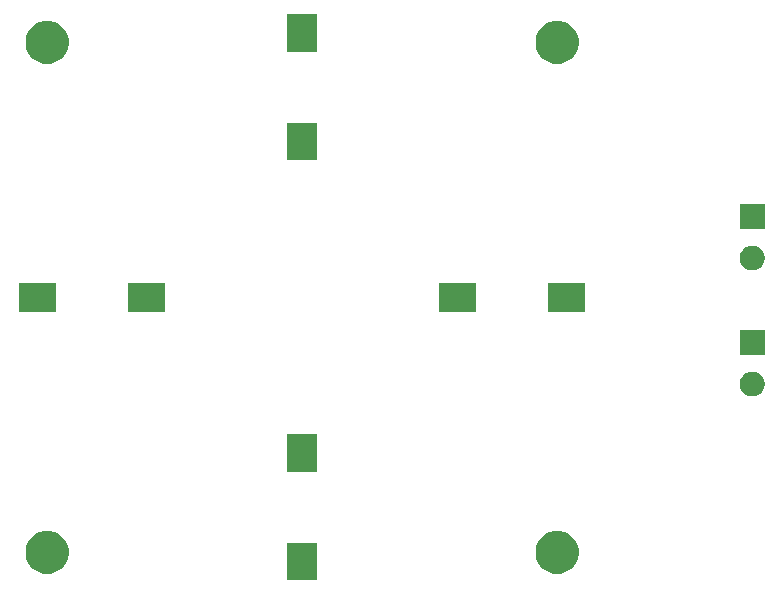
<source format=gbr>
G04 #@! TF.GenerationSoftware,KiCad,Pcbnew,5.0.2-bee76a0~70~ubuntu18.04.1*
G04 #@! TF.CreationDate,2019-06-27T14:31:57-07:00*
G04 #@! TF.ProjectId,stator_plate,73746174-6f72-45f7-906c-6174652e6b69,rev?*
G04 #@! TF.SameCoordinates,Original*
G04 #@! TF.FileFunction,Soldermask,Top*
G04 #@! TF.FilePolarity,Negative*
%FSLAX46Y46*%
G04 Gerber Fmt 4.6, Leading zero omitted, Abs format (unit mm)*
G04 Created by KiCad (PCBNEW 5.0.2-bee76a0~70~ubuntu18.04.1) date Thu 27 Jun 2019 02:31:57 PM PDT*
%MOMM*%
%LPD*%
G01*
G04 APERTURE LIST*
%ADD10C,0.100000*%
G04 APERTURE END LIST*
D10*
G36*
X128244800Y-125552400D02*
X125755200Y-125552400D01*
X125755200Y-122402400D01*
X128244800Y-122402400D01*
X128244800Y-125552400D01*
X128244800Y-125552400D01*
G37*
G36*
X148946821Y-121396144D02*
X149123500Y-121431287D01*
X149261373Y-121488396D01*
X149456355Y-121569160D01*
X149755923Y-121769325D01*
X150010675Y-122024077D01*
X150210840Y-122323645D01*
X150348713Y-122656501D01*
X150419000Y-123009858D01*
X150419000Y-123370142D01*
X150348713Y-123723499D01*
X150210840Y-124056355D01*
X150010675Y-124355923D01*
X149755923Y-124610675D01*
X149456355Y-124810840D01*
X149261373Y-124891604D01*
X149123500Y-124948713D01*
X148946820Y-124983857D01*
X148770142Y-125019000D01*
X148409858Y-125019000D01*
X148233180Y-124983857D01*
X148056500Y-124948713D01*
X147918627Y-124891604D01*
X147723645Y-124810840D01*
X147424077Y-124610675D01*
X147169325Y-124355923D01*
X146969160Y-124056355D01*
X146831287Y-123723499D01*
X146761000Y-123370142D01*
X146761000Y-123009858D01*
X146831287Y-122656501D01*
X146969160Y-122323645D01*
X147169325Y-122024077D01*
X147424077Y-121769325D01*
X147723645Y-121569160D01*
X147918627Y-121488396D01*
X148056500Y-121431287D01*
X148233179Y-121396144D01*
X148409858Y-121361000D01*
X148770142Y-121361000D01*
X148946821Y-121396144D01*
X148946821Y-121396144D01*
G37*
G36*
X105766821Y-121396144D02*
X105943500Y-121431287D01*
X106081373Y-121488396D01*
X106276355Y-121569160D01*
X106575923Y-121769325D01*
X106830675Y-122024077D01*
X107030840Y-122323645D01*
X107168713Y-122656501D01*
X107239000Y-123009858D01*
X107239000Y-123370142D01*
X107168713Y-123723499D01*
X107030840Y-124056355D01*
X106830675Y-124355923D01*
X106575923Y-124610675D01*
X106276355Y-124810840D01*
X106081373Y-124891604D01*
X105943500Y-124948713D01*
X105766820Y-124983857D01*
X105590142Y-125019000D01*
X105229858Y-125019000D01*
X105053180Y-124983857D01*
X104876500Y-124948713D01*
X104738627Y-124891604D01*
X104543645Y-124810840D01*
X104244077Y-124610675D01*
X103989325Y-124355923D01*
X103789160Y-124056355D01*
X103651287Y-123723499D01*
X103581000Y-123370142D01*
X103581000Y-123009858D01*
X103651287Y-122656501D01*
X103789160Y-122323645D01*
X103989325Y-122024077D01*
X104244077Y-121769325D01*
X104543645Y-121569160D01*
X104738627Y-121488396D01*
X104876500Y-121431287D01*
X105053179Y-121396144D01*
X105229858Y-121361000D01*
X105590142Y-121361000D01*
X105766821Y-121396144D01*
X105766821Y-121396144D01*
G37*
G36*
X128244800Y-116357600D02*
X125755200Y-116357600D01*
X125755200Y-113207600D01*
X128244800Y-113207600D01*
X128244800Y-116357600D01*
X128244800Y-116357600D01*
G37*
G36*
X165406565Y-107927449D02*
X165597834Y-108006675D01*
X165769976Y-108121697D01*
X165916363Y-108268084D01*
X166031385Y-108440226D01*
X166110611Y-108631495D01*
X166151000Y-108834544D01*
X166151000Y-109041576D01*
X166110611Y-109244625D01*
X166031385Y-109435894D01*
X165916363Y-109608036D01*
X165769976Y-109754423D01*
X165597834Y-109869445D01*
X165406565Y-109948671D01*
X165203516Y-109989060D01*
X164996484Y-109989060D01*
X164793435Y-109948671D01*
X164602166Y-109869445D01*
X164430024Y-109754423D01*
X164283637Y-109608036D01*
X164168615Y-109435894D01*
X164089389Y-109244625D01*
X164049000Y-109041576D01*
X164049000Y-108834544D01*
X164089389Y-108631495D01*
X164168615Y-108440226D01*
X164283637Y-108268084D01*
X164430024Y-108121697D01*
X164602166Y-108006675D01*
X164793435Y-107927449D01*
X164996484Y-107887060D01*
X165203516Y-107887060D01*
X165406565Y-107927449D01*
X165406565Y-107927449D01*
G37*
G36*
X166151000Y-106488940D02*
X164049000Y-106488940D01*
X164049000Y-104386940D01*
X166151000Y-104386940D01*
X166151000Y-106488940D01*
X166151000Y-106488940D01*
G37*
G36*
X106197600Y-102844800D02*
X103047600Y-102844800D01*
X103047600Y-100355200D01*
X106197600Y-100355200D01*
X106197600Y-102844800D01*
X106197600Y-102844800D01*
G37*
G36*
X150952400Y-102844800D02*
X147802400Y-102844800D01*
X147802400Y-100355200D01*
X150952400Y-100355200D01*
X150952400Y-102844800D01*
X150952400Y-102844800D01*
G37*
G36*
X141757600Y-102844800D02*
X138607600Y-102844800D01*
X138607600Y-100355200D01*
X141757600Y-100355200D01*
X141757600Y-102844800D01*
X141757600Y-102844800D01*
G37*
G36*
X115392400Y-102844800D02*
X112242400Y-102844800D01*
X112242400Y-100355200D01*
X115392400Y-100355200D01*
X115392400Y-102844800D01*
X115392400Y-102844800D01*
G37*
G36*
X165406565Y-97259449D02*
X165597834Y-97338675D01*
X165769976Y-97453697D01*
X165916363Y-97600084D01*
X166031385Y-97772226D01*
X166110611Y-97963495D01*
X166151000Y-98166544D01*
X166151000Y-98373576D01*
X166110611Y-98576625D01*
X166031385Y-98767894D01*
X165916363Y-98940036D01*
X165769976Y-99086423D01*
X165597834Y-99201445D01*
X165406565Y-99280671D01*
X165203516Y-99321060D01*
X164996484Y-99321060D01*
X164793435Y-99280671D01*
X164602166Y-99201445D01*
X164430024Y-99086423D01*
X164283637Y-98940036D01*
X164168615Y-98767894D01*
X164089389Y-98576625D01*
X164049000Y-98373576D01*
X164049000Y-98166544D01*
X164089389Y-97963495D01*
X164168615Y-97772226D01*
X164283637Y-97600084D01*
X164430024Y-97453697D01*
X164602166Y-97338675D01*
X164793435Y-97259449D01*
X164996484Y-97219060D01*
X165203516Y-97219060D01*
X165406565Y-97259449D01*
X165406565Y-97259449D01*
G37*
G36*
X166151000Y-95820940D02*
X164049000Y-95820940D01*
X164049000Y-93718940D01*
X166151000Y-93718940D01*
X166151000Y-95820940D01*
X166151000Y-95820940D01*
G37*
G36*
X128244800Y-89992400D02*
X125755200Y-89992400D01*
X125755200Y-86842400D01*
X128244800Y-86842400D01*
X128244800Y-89992400D01*
X128244800Y-89992400D01*
G37*
G36*
X105766820Y-78216143D02*
X105943500Y-78251287D01*
X106081373Y-78308396D01*
X106276355Y-78389160D01*
X106575923Y-78589325D01*
X106830675Y-78844077D01*
X107030840Y-79143645D01*
X107168713Y-79476501D01*
X107239000Y-79829858D01*
X107239000Y-80190142D01*
X107168713Y-80543499D01*
X107030840Y-80876355D01*
X106830675Y-81175923D01*
X106575923Y-81430675D01*
X106276355Y-81630840D01*
X106081373Y-81711604D01*
X105943500Y-81768713D01*
X105766820Y-81803857D01*
X105590142Y-81839000D01*
X105229858Y-81839000D01*
X105053180Y-81803857D01*
X104876500Y-81768713D01*
X104738627Y-81711604D01*
X104543645Y-81630840D01*
X104244077Y-81430675D01*
X103989325Y-81175923D01*
X103789160Y-80876355D01*
X103651287Y-80543499D01*
X103581000Y-80190142D01*
X103581000Y-79829858D01*
X103651287Y-79476501D01*
X103789160Y-79143645D01*
X103989325Y-78844077D01*
X104244077Y-78589325D01*
X104543645Y-78389160D01*
X104738627Y-78308396D01*
X104876500Y-78251287D01*
X105053180Y-78216143D01*
X105229858Y-78181000D01*
X105590142Y-78181000D01*
X105766820Y-78216143D01*
X105766820Y-78216143D01*
G37*
G36*
X148946820Y-78216143D02*
X149123500Y-78251287D01*
X149261373Y-78308396D01*
X149456355Y-78389160D01*
X149755923Y-78589325D01*
X150010675Y-78844077D01*
X150210840Y-79143645D01*
X150348713Y-79476501D01*
X150419000Y-79829858D01*
X150419000Y-80190142D01*
X150348713Y-80543499D01*
X150210840Y-80876355D01*
X150010675Y-81175923D01*
X149755923Y-81430675D01*
X149456355Y-81630840D01*
X149261373Y-81711604D01*
X149123500Y-81768713D01*
X148946821Y-81803856D01*
X148770142Y-81839000D01*
X148409858Y-81839000D01*
X148233180Y-81803857D01*
X148056500Y-81768713D01*
X147918627Y-81711604D01*
X147723645Y-81630840D01*
X147424077Y-81430675D01*
X147169325Y-81175923D01*
X146969160Y-80876355D01*
X146831287Y-80543499D01*
X146761000Y-80190142D01*
X146761000Y-79829858D01*
X146831287Y-79476501D01*
X146969160Y-79143645D01*
X147169325Y-78844077D01*
X147424077Y-78589325D01*
X147723645Y-78389160D01*
X147918627Y-78308396D01*
X148056500Y-78251287D01*
X148233180Y-78216143D01*
X148409858Y-78181000D01*
X148770142Y-78181000D01*
X148946820Y-78216143D01*
X148946820Y-78216143D01*
G37*
G36*
X128244800Y-80797600D02*
X125755200Y-80797600D01*
X125755200Y-77647600D01*
X128244800Y-77647600D01*
X128244800Y-80797600D01*
X128244800Y-80797600D01*
G37*
M02*

</source>
